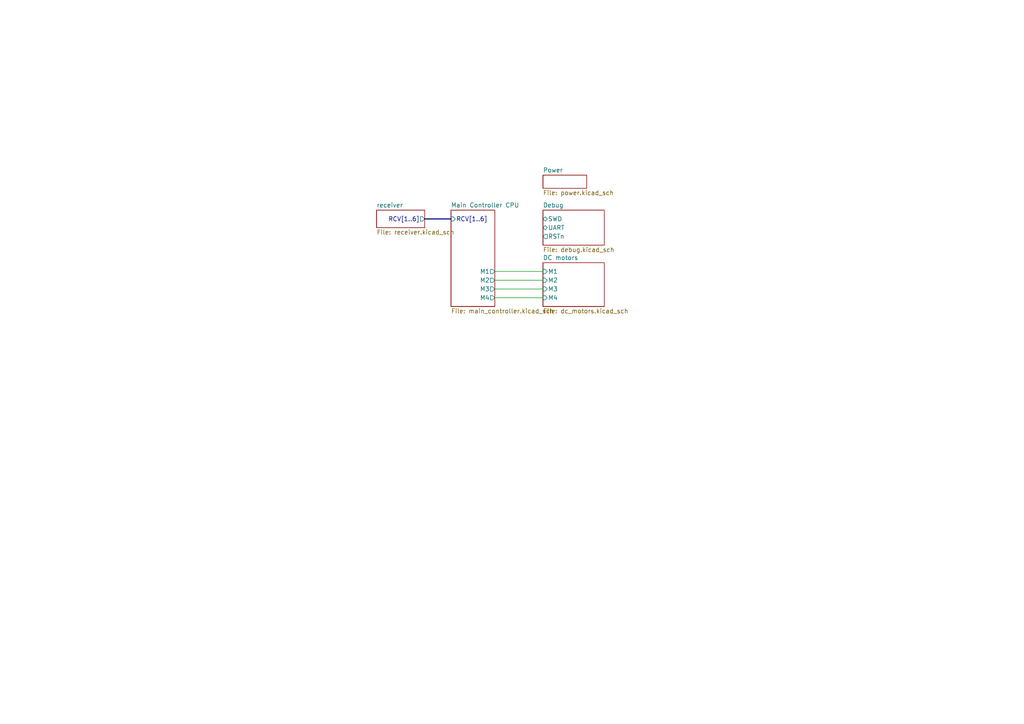
<source format=kicad_sch>
(kicad_sch (version 20211123) (generator eeschema)
  (paper "A4")
  (lib_symbols)
  (wire (pts (xy 143.51 83.82) (xy 157.48 83.82)))
  (wire (pts (xy 143.51 86.36) (xy 157.48 86.36)))
  (bus (pts (xy 123.19 63.5) (xy 130.81 63.5)))
  (wire (pts (xy 143.51 81.28) (xy 157.48 81.28)))
  (wire (pts (xy 143.51 78.74) (xy 157.48 78.74)))
  (sheet (at 130.81 60.96) (size 12.7 27.94)
    (property "Sheet name" "Main Controller CPU" (at 130.81 60.2484 0) (effects (justify left bottom)))
    (property "Sheet file" "main_controller.kicad_sch" (at 130.81 89.4846 0) (effects (justify left top)))
    (pin "M1" output (at 143.51 78.74 0))
    (pin "M2" output (at 143.51 81.28 0))
    (pin "M3" output (at 143.51 83.82 0))
    (pin "M4" output (at 143.51 86.36 0))
    (pin "RCV[1..6]" input (at 130.81 63.5 180))
  )
  (sheet (at 157.48 76.2) (size 17.78 12.7)
    (property "Sheet name" "DC motors" (at 157.48 75.4884 0) (effects (justify left bottom)))
    (property "Sheet file" "dc_motors.kicad_sch" (at 157.48 89.4846 0) (effects (justify left top)))
    (pin "M1" input (at 157.48 78.74 180))
    (pin "M2" input (at 157.48 81.28 180))
    (pin "M3" input (at 157.48 83.82 180))
    (pin "M4" input (at 157.48 86.36 180))
  )
  (sheet (at 157.48 60.96) (size 17.78 10.16)
    (property "Sheet name" "Debug" (at 157.48 60.2484 0) (effects (justify left bottom)))
    (property "Sheet file" "debug.kicad_sch" (at 157.48 71.7046 0) (effects (justify left top)))
    (pin "SWD" bidirectional (at 157.48 63.5 180))
    (pin "UART" bidirectional (at 157.48 66.04 180))
    (pin "RSTn" output (at 157.48 68.58 180))
  )
  (sheet (at 157.48 50.8) (size 12.7 3.81)
    (property "Sheet name" "Power" (at 157.48 50.0884 0) (effects (justify left bottom)))
    (property "Sheet file" "power.kicad_sch" (at 157.48 55.1946 0) (effects (justify left top)))
  )
  (sheet (at 109.22 60.96) (size 13.97 5.08)
    (property "Sheet name" "receiver" (at 109.22 60.2484 0) (effects (justify left bottom)))
    (property "Sheet file" "receiver.kicad_sch" (at 109.22 66.6246 0) (effects (justify left top)))
    (pin "RCV[1..6]" output (at 123.19 63.5 0))
  )
)
</source>
